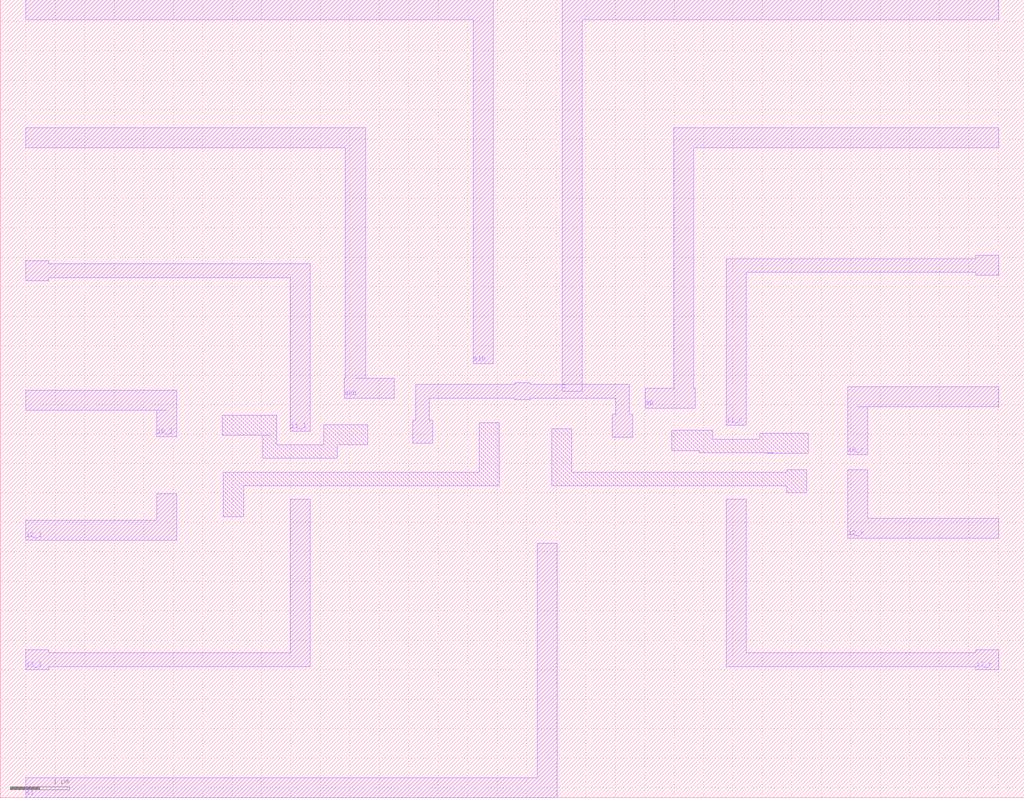
<source format=lef>
MACRO gf180mcu_mux
    CLASS BLOCK BLACKBOX ;
    FOREIGN gf180mcu_mux ;
    ORIGIN 0.43 2.17 ;
    SIZE 17.37 BY 13.54 ;
    PIN z 
        PORT 
            LAYER Metal1 ;
                POLYGON 6.565 3.845 6.565 4.235 6.620 4.235 6.620 4.840 8.300 4.840 8.300 4.870 8.560 4.870 8.560 4.840 10.240 4.840 10.240 4.335 10.295 4.335 10.295 3.945 10.125 3.945 9.955 3.945 9.955 4.335 10.010 4.335 10.010 4.610 8.560 4.610 8.560 4.580 8.300 4.580 8.300 4.610 6.850 4.610 6.850 4.235 6.905 4.235 6.905 3.845 ;
                POLYGON 9.105 4.725 9.105 11.370 16.510 11.370 16.510 11.200 16.510 11.030 9.445 11.030 9.445 4.725 ;
        END 
    END z 
    PIN s0 
        PORT 
            LAYER Metal1 ;
                POLYGON 10.510 4.780 10.510 4.780 10.900 4.780 10.970 4.780 10.970 4.780 10.995 4.780 10.995 9.200 16.510 9.200 16.510 9.030 16.510 8.860 11.335 8.860 11.335 4.780 11.360 4.780 11.360 4.440 11.165 4.440 10.970 4.440 10.510 4.440 ;
        END 
    END s0 
    PIN s1b 
        PORT 
            LAYER Metal1 ;
                POLYGON 7.595 5.195 7.595 6.890 7.595 11.030 0 11.030 0 11.200 0 11.370 7.935 11.370 7.935 6.890 7.935 5.195 ;
        END 
    END s1b 
    PIN i1_r 
        PORT 
            LAYER Metal1 ;
                POLYGON 16.510 7.030 16.120 7.030 16.120 6.975 11.885 6.975 11.885 5.065 11.885 4.340 11.885 4.145 12.055 4.145 12.225 4.145 12.225 4.340 12.225 5.065 12.225 6.745 16.120 6.745 16.120 6.690 16.510 6.690 ;
        END 
    END i1_r 
    PIN i0_r 
        PORT 
            LAYER Metal1 ;
                POLYGON 14.285 3.650 14.285 4.090 14.285 4.460 14.115 4.460 16.120 4.460 16.510 4.460 16.510 4.630 16.510 4.800 16.510 4.800 16.315 4.800 13.945 4.800 13.945 4.090 13.945 3.650 ;
        END 
    END i0_r 
    PIN s1 
        PORT 
            LAYER Metal1 ;
                POLYGON 9.015 2.150 9.015 0.915 9.015 -2.170 0 -2.170 0 -2.000 0 -1.830 8.675 -1.830 8.675 0.915 8.675 2.150 ;
        END 
    END s1 
    PIN i3_r 
        PORT 
            LAYER Metal1 ;
                POLYGON 16.510 0.340 16.120 0.340 16.120 0.285 12.225 0.285 12.225 1.970 12.225 2.700 12.225 2.895 12.055 2.895 11.885 2.895 11.885 2.700 11.885 1.970 11.885 0.055 16.120 0.055 16.120 0 16.510 0 ;
        END 
    END i3_r 
    PIN i2_r 
        PORT 
            LAYER Metal1 ;
                POLYGON 13.945 3.390 13.945 2.945 13.945 2.230 14.115 2.230 16.120 2.230 16.510 2.230 16.510 2.400 16.510 2.570 16.510 2.570 16.315 2.570 14.285 2.570 14.285 2.945 14.285 3.390 ;
        END 
    END i2_r 
    PIN i1_l 
        PORT 
            LAYER Metal1 ;
                POLYGON 0 6.940 0.390 6.940 0.390 6.885 4.825 6.885 4.825 4.970 4.825 4.240 4.825 4.045 4.655 4.045 4.485 4.045 4.485 4.240 4.485 4.970 4.485 6.655 0.390 6.655 0.390 6.600 0 6.600 ;
        END 
    END i1_l 
    PIN s0b 
        PORT 
            LAYER Metal1 ;
                POLYGON 6.250 4.610 6.250 4.610 5.860 4.610 5.400 4.610 5.400 4.950 5.425 4.950 5.425 8.860 0 8.860 0 9.030 0 9.200 5.765 9.200 5.765 4.950 5.790 4.950 5.790 4.950 5.595 4.950 5.790 4.950 6.250 4.950 ;
        END 
    END s0b 
    PIN i3_l 
        PORT 
            LAYER Metal1 ;
                POLYGON 0 0.340 0.390 0.340 0.390 0.285 4.485 0.285 4.485 1.970 4.485 2.700 4.485 2.895 4.655 2.895 4.825 2.895 4.825 2.700 4.825 1.970 4.825 0.055 0.390 0.055 0.390 0 0 0 ;
        END 
    END i3_l 
    PIN i0_l 
        PORT 
            LAYER Metal1 ;
                POLYGON 2.225 3.950 2.225 4.300 2.225 4.400 2.395 4.400 0.390 4.400 0 4.400 0 4.570 0 4.740 0 4.740 0.195 4.740 2.565 4.740 2.565 4.300 2.565 3.950 ;
        END 
    END i0_l 
    PIN i2_l 
        PORT 
            LAYER Metal1 ;
                POLYGON 2.565 2.990 2.565 2.640 2.565 2.200 2.395 2.200 0.390 2.200 0 2.200 0 2.370 0 2.540 0 2.540 0.195 2.540 2.225 2.540 2.225 2.640 2.225 2.990 ;
        END 
    END i2_l 
    OBS 
        LAYER Metal1 ;
            POLYGON 3.330 4.315 3.330 4.315 4.255 4.315 4.255 3.815 5.055 3.815 5.055 4.160 5.170 4.160 5.410 4.160 5.800 4.160 5.800 3.990 5.800 3.820 5.800 3.820 5.605 3.820 5.285 3.820 5.285 3.585 4.025 3.585 4.025 3.975 4.140 3.975 3.330 3.975 ;
            POLYGON 3.355 2.600 3.355 2.955 3.355 3.355 7.695 3.355 7.695 3.705 7.695 3.995 7.695 4.190 7.865 4.190 8.035 4.190 8.035 3.995 8.035 3.705 8.035 3.125 3.695 3.125 3.695 2.955 3.695 2.600 ;
            POLYGON 13.280 4.015 13.280 4.015 12.455 4.015 12.455 3.915 11.655 3.915 11.655 4.060 11.540 4.060 11.350 4.060 10.960 4.060 10.960 3.890 10.960 3.720 10.960 3.720 11.155 3.720 11.425 3.720 11.425 3.685 12.685 3.685 12.685 3.675 12.570 3.675 13.280 3.675 ;
            POLYGON 13.255 3.000 13.255 3.390 12.915 3.390 12.915 3.355 9.265 3.355 9.265 3.630 9.265 3.895 9.265 4.090 9.095 4.090 8.925 4.090 8.925 3.895 8.925 3.630 8.925 3.125 12.915 3.125 12.915 3.090 12.915 3.090 12.915 3.000 ;
    END 
END gf180mcu_mux 
END LIBRARY 

</source>
